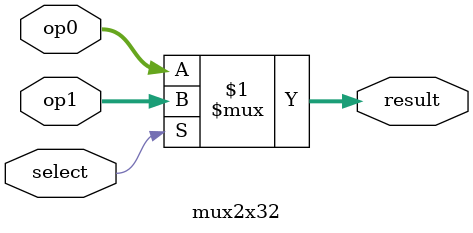
<source format=v>
module mux2x32 (op0, op1, select, result);
input [31:0] op0, op1;
input select;
output [31:0] result;
assign result = select? op1: op0;
endmodule
</source>
